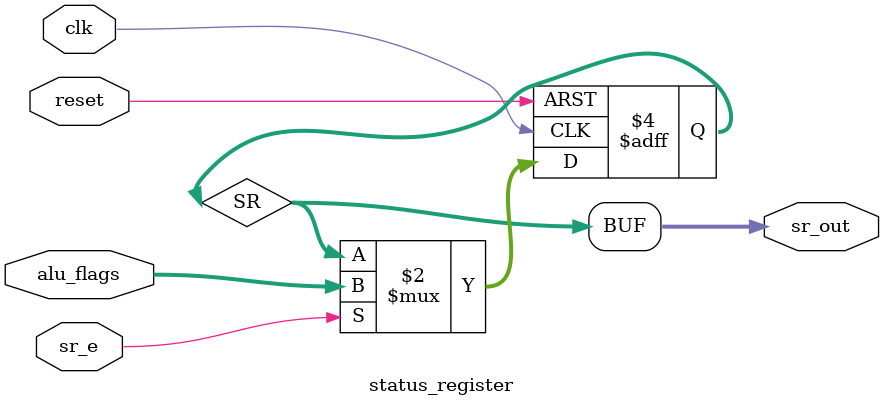
<source format=v>
`timescale 1ns / 1ps


module status_register (
    input wire clk,
    input wire reset,
    input wire sr_e,
    input wire [3:0] alu_flags,
    output wire [3:0] sr_out
);

    reg [3:0] SR;

    always @(posedge clk or posedge reset) begin
        if (reset) begin
            SR <= 4'b0;
        end else if (sr_e) begin
            SR <= alu_flags;
        end
    end

    assign sr_out = SR;

endmodule

</source>
